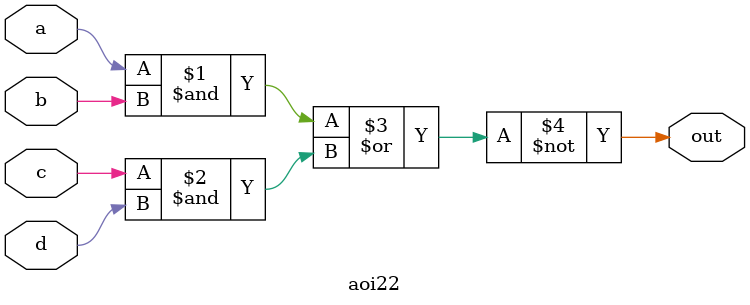
<source format=v>
`timescale 1ns/1ps

module aoi22(a, b, c, d, out);
input a, b, c, d;
output out;
assign out = ~((a & b) | (c & d));
endmodule

</source>
